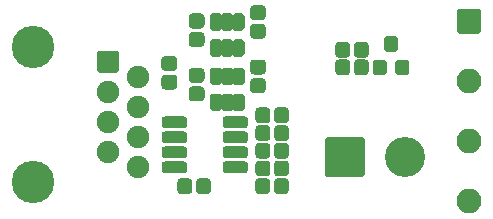
<source format=gbr>
G04 #@! TF.GenerationSoftware,KiCad,Pcbnew,5.99.0-unknown-13d3f57~88~ubuntu18.04.1*
G04 #@! TF.CreationDate,2020-04-02T10:06:32+03:00*
G04 #@! TF.ProjectId,adapter-por,61646170-7465-4722-9d70-6f722e6b6963,rev?*
G04 #@! TF.SameCoordinates,Original*
G04 #@! TF.FileFunction,Soldermask,Top*
G04 #@! TF.FilePolarity,Negative*
%FSLAX46Y46*%
G04 Gerber Fmt 4.6, Leading zero omitted, Abs format (unit mm)*
G04 Created by KiCad (PCBNEW 5.99.0-unknown-13d3f57~88~ubuntu18.04.1) date 2020-04-02 10:06:32*
%MOMM*%
%LPD*%
G01*
G04 APERTURE LIST*
%ADD10O,2.100000X2.100000*%
%ADD11C,3.400000*%
%ADD12C,1.900000*%
%ADD13C,3.600000*%
G04 APERTURE END LIST*
G36*
G01*
X70500000Y-54155000D02*
X70500000Y-54655000D01*
G75*
G02*
X70250000Y-54905000I-250000J0D01*
G01*
X68600000Y-54905000D01*
G75*
G02*
X68350000Y-54655000I0J250000D01*
G01*
X68350000Y-54155000D01*
G75*
G02*
X68600000Y-53905000I250000J0D01*
G01*
X70250000Y-53905000D01*
G75*
G02*
X70500000Y-54155000I0J-250000D01*
G01*
G37*
G36*
G01*
X70500000Y-52885000D02*
X70500000Y-53385000D01*
G75*
G02*
X70250000Y-53635000I-250000J0D01*
G01*
X68600000Y-53635000D01*
G75*
G02*
X68350000Y-53385000I0J250000D01*
G01*
X68350000Y-52885000D01*
G75*
G02*
X68600000Y-52635000I250000J0D01*
G01*
X70250000Y-52635000D01*
G75*
G02*
X70500000Y-52885000I0J-250000D01*
G01*
G37*
G36*
G01*
X70500000Y-51615000D02*
X70500000Y-52115000D01*
G75*
G02*
X70250000Y-52365000I-250000J0D01*
G01*
X68600000Y-52365000D01*
G75*
G02*
X68350000Y-52115000I0J250000D01*
G01*
X68350000Y-51615000D01*
G75*
G02*
X68600000Y-51365000I250000J0D01*
G01*
X70250000Y-51365000D01*
G75*
G02*
X70500000Y-51615000I0J-250000D01*
G01*
G37*
G36*
G01*
X70500000Y-50345000D02*
X70500000Y-50845000D01*
G75*
G02*
X70250000Y-51095000I-250000J0D01*
G01*
X68600000Y-51095000D01*
G75*
G02*
X68350000Y-50845000I0J250000D01*
G01*
X68350000Y-50345000D01*
G75*
G02*
X68600000Y-50095000I250000J0D01*
G01*
X70250000Y-50095000D01*
G75*
G02*
X70500000Y-50345000I0J-250000D01*
G01*
G37*
G36*
G01*
X75650000Y-50345000D02*
X75650000Y-50845000D01*
G75*
G02*
X75400000Y-51095000I-250000J0D01*
G01*
X73750000Y-51095000D01*
G75*
G02*
X73500000Y-50845000I0J250000D01*
G01*
X73500000Y-50345000D01*
G75*
G02*
X73750000Y-50095000I250000J0D01*
G01*
X75400000Y-50095000D01*
G75*
G02*
X75650000Y-50345000I0J-250000D01*
G01*
G37*
G36*
G01*
X75650000Y-51615000D02*
X75650000Y-52115000D01*
G75*
G02*
X75400000Y-52365000I-250000J0D01*
G01*
X73750000Y-52365000D01*
G75*
G02*
X73500000Y-52115000I0J250000D01*
G01*
X73500000Y-51615000D01*
G75*
G02*
X73750000Y-51365000I250000J0D01*
G01*
X75400000Y-51365000D01*
G75*
G02*
X75650000Y-51615000I0J-250000D01*
G01*
G37*
G36*
G01*
X75650000Y-52885000D02*
X75650000Y-53385000D01*
G75*
G02*
X75400000Y-53635000I-250000J0D01*
G01*
X73750000Y-53635000D01*
G75*
G02*
X73500000Y-53385000I0J250000D01*
G01*
X73500000Y-52885000D01*
G75*
G02*
X73750000Y-52635000I250000J0D01*
G01*
X75400000Y-52635000D01*
G75*
G02*
X75650000Y-52885000I0J-250000D01*
G01*
G37*
G36*
G01*
X75650000Y-54155000D02*
X75650000Y-54655000D01*
G75*
G02*
X75400000Y-54905000I-250000J0D01*
G01*
X73750000Y-54905000D01*
G75*
G02*
X73500000Y-54655000I0J250000D01*
G01*
X73500000Y-54155000D01*
G75*
G02*
X73750000Y-53905000I250000J0D01*
G01*
X75400000Y-53905000D01*
G75*
G02*
X75650000Y-54155000I0J-250000D01*
G01*
G37*
G36*
G01*
X68643750Y-46550000D02*
X69356250Y-46550000D01*
G75*
G02*
X69675000Y-46868750I0J-318750D01*
G01*
X69675000Y-47506250D01*
G75*
G02*
X69356250Y-47825000I-318750J0D01*
G01*
X68643750Y-47825000D01*
G75*
G02*
X68325000Y-47506250I0J318750D01*
G01*
X68325000Y-46868750D01*
G75*
G02*
X68643750Y-46550000I318750J0D01*
G01*
G37*
G36*
G01*
X68643750Y-44975000D02*
X69356250Y-44975000D01*
G75*
G02*
X69675000Y-45293750I0J-318750D01*
G01*
X69675000Y-45931250D01*
G75*
G02*
X69356250Y-46250000I-318750J0D01*
G01*
X68643750Y-46250000D01*
G75*
G02*
X68325000Y-45931250I0J318750D01*
G01*
X68325000Y-45293750D01*
G75*
G02*
X68643750Y-44975000I318750J0D01*
G01*
G37*
G36*
G01*
X76856250Y-41950000D02*
X76143750Y-41950000D01*
G75*
G02*
X75825000Y-41631250I0J318750D01*
G01*
X75825000Y-40993750D01*
G75*
G02*
X76143750Y-40675000I318750J0D01*
G01*
X76856250Y-40675000D01*
G75*
G02*
X77175000Y-40993750I0J-318750D01*
G01*
X77175000Y-41631250D01*
G75*
G02*
X76856250Y-41950000I-318750J0D01*
G01*
G37*
G36*
G01*
X76856250Y-43525000D02*
X76143750Y-43525000D01*
G75*
G02*
X75825000Y-43206250I0J318750D01*
G01*
X75825000Y-42568750D01*
G75*
G02*
X76143750Y-42250000I318750J0D01*
G01*
X76856250Y-42250000D01*
G75*
G02*
X77175000Y-42568750I0J-318750D01*
G01*
X77175000Y-43206250D01*
G75*
G02*
X76856250Y-43525000I-318750J0D01*
G01*
G37*
G36*
G01*
X76856250Y-46550000D02*
X76143750Y-46550000D01*
G75*
G02*
X75825000Y-46231250I0J318750D01*
G01*
X75825000Y-45593750D01*
G75*
G02*
X76143750Y-45275000I318750J0D01*
G01*
X76856250Y-45275000D01*
G75*
G02*
X77175000Y-45593750I0J-318750D01*
G01*
X77175000Y-46231250D01*
G75*
G02*
X76856250Y-46550000I-318750J0D01*
G01*
G37*
G36*
G01*
X76856250Y-48125000D02*
X76143750Y-48125000D01*
G75*
G02*
X75825000Y-47806250I0J318750D01*
G01*
X75825000Y-47168750D01*
G75*
G02*
X76143750Y-46850000I318750J0D01*
G01*
X76856250Y-46850000D01*
G75*
G02*
X77175000Y-47168750I0J-318750D01*
G01*
X77175000Y-47806250D01*
G75*
G02*
X76856250Y-48125000I-318750J0D01*
G01*
G37*
G36*
G01*
X73575000Y-43570000D02*
X74225000Y-43570000D01*
G75*
G02*
X74425000Y-43770000I0J-200000D01*
G01*
X74425000Y-44830000D01*
G75*
G02*
X74225000Y-45030000I-200000J0D01*
G01*
X73575000Y-45030000D01*
G75*
G02*
X73375000Y-44830000I0J200000D01*
G01*
X73375000Y-43770000D01*
G75*
G02*
X73575000Y-43570000I200000J0D01*
G01*
G37*
G36*
G01*
X74525000Y-43570000D02*
X75175000Y-43570000D01*
G75*
G02*
X75375000Y-43770000I0J-200000D01*
G01*
X75375000Y-44830000D01*
G75*
G02*
X75175000Y-45030000I-200000J0D01*
G01*
X74525000Y-45030000D01*
G75*
G02*
X74325000Y-44830000I0J200000D01*
G01*
X74325000Y-43770000D01*
G75*
G02*
X74525000Y-43570000I200000J0D01*
G01*
G37*
G36*
G01*
X72625000Y-43570000D02*
X73275000Y-43570000D01*
G75*
G02*
X73475000Y-43770000I0J-200000D01*
G01*
X73475000Y-44830000D01*
G75*
G02*
X73275000Y-45030000I-200000J0D01*
G01*
X72625000Y-45030000D01*
G75*
G02*
X72425000Y-44830000I0J200000D01*
G01*
X72425000Y-43770000D01*
G75*
G02*
X72625000Y-43570000I200000J0D01*
G01*
G37*
G36*
G01*
X72625000Y-41370000D02*
X73275000Y-41370000D01*
G75*
G02*
X73475000Y-41570000I0J-200000D01*
G01*
X73475000Y-42630000D01*
G75*
G02*
X73275000Y-42830000I-200000J0D01*
G01*
X72625000Y-42830000D01*
G75*
G02*
X72425000Y-42630000I0J200000D01*
G01*
X72425000Y-41570000D01*
G75*
G02*
X72625000Y-41370000I200000J0D01*
G01*
G37*
G36*
G01*
X73575000Y-41370000D02*
X74225000Y-41370000D01*
G75*
G02*
X74425000Y-41570000I0J-200000D01*
G01*
X74425000Y-42630000D01*
G75*
G02*
X74225000Y-42830000I-200000J0D01*
G01*
X73575000Y-42830000D01*
G75*
G02*
X73375000Y-42630000I0J200000D01*
G01*
X73375000Y-41570000D01*
G75*
G02*
X73575000Y-41370000I200000J0D01*
G01*
G37*
G36*
G01*
X74525000Y-41370000D02*
X75175000Y-41370000D01*
G75*
G02*
X75375000Y-41570000I0J-200000D01*
G01*
X75375000Y-42630000D01*
G75*
G02*
X75175000Y-42830000I-200000J0D01*
G01*
X74525000Y-42830000D01*
G75*
G02*
X74325000Y-42630000I0J200000D01*
G01*
X74325000Y-41570000D01*
G75*
G02*
X74525000Y-41370000I200000J0D01*
G01*
G37*
G36*
G01*
X73575000Y-48170000D02*
X74225000Y-48170000D01*
G75*
G02*
X74425000Y-48370000I0J-200000D01*
G01*
X74425000Y-49430000D01*
G75*
G02*
X74225000Y-49630000I-200000J0D01*
G01*
X73575000Y-49630000D01*
G75*
G02*
X73375000Y-49430000I0J200000D01*
G01*
X73375000Y-48370000D01*
G75*
G02*
X73575000Y-48170000I200000J0D01*
G01*
G37*
G36*
G01*
X74525000Y-48170000D02*
X75175000Y-48170000D01*
G75*
G02*
X75375000Y-48370000I0J-200000D01*
G01*
X75375000Y-49430000D01*
G75*
G02*
X75175000Y-49630000I-200000J0D01*
G01*
X74525000Y-49630000D01*
G75*
G02*
X74325000Y-49430000I0J200000D01*
G01*
X74325000Y-48370000D01*
G75*
G02*
X74525000Y-48170000I200000J0D01*
G01*
G37*
G36*
G01*
X72625000Y-48170000D02*
X73275000Y-48170000D01*
G75*
G02*
X73475000Y-48370000I0J-200000D01*
G01*
X73475000Y-49430000D01*
G75*
G02*
X73275000Y-49630000I-200000J0D01*
G01*
X72625000Y-49630000D01*
G75*
G02*
X72425000Y-49430000I0J200000D01*
G01*
X72425000Y-48370000D01*
G75*
G02*
X72625000Y-48170000I200000J0D01*
G01*
G37*
G36*
G01*
X72625000Y-45970000D02*
X73275000Y-45970000D01*
G75*
G02*
X73475000Y-46170000I0J-200000D01*
G01*
X73475000Y-47230000D01*
G75*
G02*
X73275000Y-47430000I-200000J0D01*
G01*
X72625000Y-47430000D01*
G75*
G02*
X72425000Y-47230000I0J200000D01*
G01*
X72425000Y-46170000D01*
G75*
G02*
X72625000Y-45970000I200000J0D01*
G01*
G37*
G36*
G01*
X73575000Y-45970000D02*
X74225000Y-45970000D01*
G75*
G02*
X74425000Y-46170000I0J-200000D01*
G01*
X74425000Y-47230000D01*
G75*
G02*
X74225000Y-47430000I-200000J0D01*
G01*
X73575000Y-47430000D01*
G75*
G02*
X73375000Y-47230000I0J200000D01*
G01*
X73375000Y-46170000D01*
G75*
G02*
X73575000Y-45970000I200000J0D01*
G01*
G37*
G36*
G01*
X74525000Y-45970000D02*
X75175000Y-45970000D01*
G75*
G02*
X75375000Y-46170000I0J-200000D01*
G01*
X75375000Y-47230000D01*
G75*
G02*
X75175000Y-47430000I-200000J0D01*
G01*
X74525000Y-47430000D01*
G75*
G02*
X74325000Y-47230000I0J200000D01*
G01*
X74325000Y-46170000D01*
G75*
G02*
X74525000Y-45970000I200000J0D01*
G01*
G37*
G36*
G01*
X88165000Y-44598000D02*
X87365000Y-44598000D01*
G75*
G02*
X87165000Y-44398000I0J200000D01*
G01*
X87165000Y-43498000D01*
G75*
G02*
X87365000Y-43298000I200000J0D01*
G01*
X88165000Y-43298000D01*
G75*
G02*
X88365000Y-43498000I0J-200000D01*
G01*
X88365000Y-44398000D01*
G75*
G02*
X88165000Y-44598000I-200000J0D01*
G01*
G37*
G36*
G01*
X89115000Y-46598000D02*
X88315000Y-46598000D01*
G75*
G02*
X88115000Y-46398000I0J200000D01*
G01*
X88115000Y-45498000D01*
G75*
G02*
X88315000Y-45298000I200000J0D01*
G01*
X89115000Y-45298000D01*
G75*
G02*
X89315000Y-45498000I0J-200000D01*
G01*
X89315000Y-46398000D01*
G75*
G02*
X89115000Y-46598000I-200000J0D01*
G01*
G37*
G36*
G01*
X87215000Y-46598000D02*
X86415000Y-46598000D01*
G75*
G02*
X86215000Y-46398000I0J200000D01*
G01*
X86215000Y-45498000D01*
G75*
G02*
X86415000Y-45298000I200000J0D01*
G01*
X87215000Y-45298000D01*
G75*
G02*
X87415000Y-45498000I0J-200000D01*
G01*
X87415000Y-46398000D01*
G75*
G02*
X87215000Y-46598000I-200000J0D01*
G01*
G37*
G36*
G01*
X77856338Y-53356250D02*
X77856338Y-52643750D01*
G75*
G02*
X78175088Y-52325000I318750J0D01*
G01*
X78812588Y-52325000D01*
G75*
G02*
X79131338Y-52643750I0J-318750D01*
G01*
X79131338Y-53356250D01*
G75*
G02*
X78812588Y-53675000I-318750J0D01*
G01*
X78175088Y-53675000D01*
G75*
G02*
X77856338Y-53356250I0J318750D01*
G01*
G37*
G36*
G01*
X76281338Y-53356250D02*
X76281338Y-52643750D01*
G75*
G02*
X76600088Y-52325000I318750J0D01*
G01*
X77237588Y-52325000D01*
G75*
G02*
X77556338Y-52643750I0J-318750D01*
G01*
X77556338Y-53356250D01*
G75*
G02*
X77237588Y-53675000I-318750J0D01*
G01*
X76600088Y-53675000D01*
G75*
G02*
X76281338Y-53356250I0J318750D01*
G01*
G37*
G36*
G01*
X77550000Y-55643750D02*
X77550000Y-56356250D01*
G75*
G02*
X77231250Y-56675000I-318750J0D01*
G01*
X76593750Y-56675000D01*
G75*
G02*
X76275000Y-56356250I0J318750D01*
G01*
X76275000Y-55643750D01*
G75*
G02*
X76593750Y-55325000I318750J0D01*
G01*
X77231250Y-55325000D01*
G75*
G02*
X77550000Y-55643750I0J-318750D01*
G01*
G37*
G36*
G01*
X79125000Y-55643750D02*
X79125000Y-56356250D01*
G75*
G02*
X78806250Y-56675000I-318750J0D01*
G01*
X78168750Y-56675000D01*
G75*
G02*
X77850000Y-56356250I0J318750D01*
G01*
X77850000Y-55643750D01*
G75*
G02*
X78168750Y-55325000I318750J0D01*
G01*
X78806250Y-55325000D01*
G75*
G02*
X79125000Y-55643750I0J-318750D01*
G01*
G37*
G36*
G01*
X71656250Y-42650000D02*
X70943750Y-42650000D01*
G75*
G02*
X70625000Y-42331250I0J318750D01*
G01*
X70625000Y-41693750D01*
G75*
G02*
X70943750Y-41375000I318750J0D01*
G01*
X71656250Y-41375000D01*
G75*
G02*
X71975000Y-41693750I0J-318750D01*
G01*
X71975000Y-42331250D01*
G75*
G02*
X71656250Y-42650000I-318750J0D01*
G01*
G37*
G36*
G01*
X71656250Y-44225000D02*
X70943750Y-44225000D01*
G75*
G02*
X70625000Y-43906250I0J318750D01*
G01*
X70625000Y-43268750D01*
G75*
G02*
X70943750Y-42950000I318750J0D01*
G01*
X71656250Y-42950000D01*
G75*
G02*
X71975000Y-43268750I0J-318750D01*
G01*
X71975000Y-43906250D01*
G75*
G02*
X71656250Y-44225000I-318750J0D01*
G01*
G37*
G36*
G01*
X71656250Y-47250000D02*
X70943750Y-47250000D01*
G75*
G02*
X70625000Y-46931250I0J318750D01*
G01*
X70625000Y-46293750D01*
G75*
G02*
X70943750Y-45975000I318750J0D01*
G01*
X71656250Y-45975000D01*
G75*
G02*
X71975000Y-46293750I0J-318750D01*
G01*
X71975000Y-46931250D01*
G75*
G02*
X71656250Y-47250000I-318750J0D01*
G01*
G37*
G36*
G01*
X71656250Y-48825000D02*
X70943750Y-48825000D01*
G75*
G02*
X70625000Y-48506250I0J318750D01*
G01*
X70625000Y-47868750D01*
G75*
G02*
X70943750Y-47550000I318750J0D01*
G01*
X71656250Y-47550000D01*
G75*
G02*
X71975000Y-47868750I0J-318750D01*
G01*
X71975000Y-48506250D01*
G75*
G02*
X71656250Y-48825000I-318750J0D01*
G01*
G37*
G36*
G01*
X77557536Y-49643750D02*
X77557536Y-50356250D01*
G75*
G02*
X77238786Y-50675000I-318750J0D01*
G01*
X76601286Y-50675000D01*
G75*
G02*
X76282536Y-50356250I0J318750D01*
G01*
X76282536Y-49643750D01*
G75*
G02*
X76601286Y-49325000I318750J0D01*
G01*
X77238786Y-49325000D01*
G75*
G02*
X77557536Y-49643750I0J-318750D01*
G01*
G37*
G36*
G01*
X79132536Y-49643750D02*
X79132536Y-50356250D01*
G75*
G02*
X78813786Y-50675000I-318750J0D01*
G01*
X78176286Y-50675000D01*
G75*
G02*
X77857536Y-50356250I0J318750D01*
G01*
X77857536Y-49643750D01*
G75*
G02*
X78176286Y-49325000I318750J0D01*
G01*
X78813786Y-49325000D01*
G75*
G02*
X79132536Y-49643750I0J-318750D01*
G01*
G37*
G36*
G01*
X84615000Y-46301250D02*
X84615000Y-45588750D01*
G75*
G02*
X84933750Y-45270000I318750J0D01*
G01*
X85571250Y-45270000D01*
G75*
G02*
X85890000Y-45588750I0J-318750D01*
G01*
X85890000Y-46301250D01*
G75*
G02*
X85571250Y-46620000I-318750J0D01*
G01*
X84933750Y-46620000D01*
G75*
G02*
X84615000Y-46301250I0J318750D01*
G01*
G37*
G36*
G01*
X83040000Y-46301250D02*
X83040000Y-45588750D01*
G75*
G02*
X83358750Y-45270000I318750J0D01*
G01*
X83996250Y-45270000D01*
G75*
G02*
X84315000Y-45588750I0J-318750D01*
G01*
X84315000Y-46301250D01*
G75*
G02*
X83996250Y-46620000I-318750J0D01*
G01*
X83358750Y-46620000D01*
G75*
G02*
X83040000Y-46301250I0J318750D01*
G01*
G37*
G36*
G01*
X77559076Y-51143750D02*
X77559076Y-51856250D01*
G75*
G02*
X77240326Y-52175000I-318750J0D01*
G01*
X76602826Y-52175000D01*
G75*
G02*
X76284076Y-51856250I0J318750D01*
G01*
X76284076Y-51143750D01*
G75*
G02*
X76602826Y-50825000I318750J0D01*
G01*
X77240326Y-50825000D01*
G75*
G02*
X77559076Y-51143750I0J-318750D01*
G01*
G37*
G36*
G01*
X79134076Y-51143750D02*
X79134076Y-51856250D01*
G75*
G02*
X78815326Y-52175000I-318750J0D01*
G01*
X78177826Y-52175000D01*
G75*
G02*
X77859076Y-51856250I0J318750D01*
G01*
X77859076Y-51143750D01*
G75*
G02*
X78177826Y-50825000I318750J0D01*
G01*
X78815326Y-50825000D01*
G75*
G02*
X79134076Y-51143750I0J-318750D01*
G01*
G37*
G36*
G01*
X70950000Y-55643750D02*
X70950000Y-56356250D01*
G75*
G02*
X70631250Y-56675000I-318750J0D01*
G01*
X69993750Y-56675000D01*
G75*
G02*
X69675000Y-56356250I0J318750D01*
G01*
X69675000Y-55643750D01*
G75*
G02*
X69993750Y-55325000I318750J0D01*
G01*
X70631250Y-55325000D01*
G75*
G02*
X70950000Y-55643750I0J-318750D01*
G01*
G37*
G36*
G01*
X72525000Y-55643750D02*
X72525000Y-56356250D01*
G75*
G02*
X72206250Y-56675000I-318750J0D01*
G01*
X71568750Y-56675000D01*
G75*
G02*
X71250000Y-56356250I0J318750D01*
G01*
X71250000Y-55643750D01*
G75*
G02*
X71568750Y-55325000I318750J0D01*
G01*
X72206250Y-55325000D01*
G75*
G02*
X72525000Y-55643750I0J-318750D01*
G01*
G37*
G36*
G01*
X77850000Y-54856250D02*
X77850000Y-54143750D01*
G75*
G02*
X78168750Y-53825000I318750J0D01*
G01*
X78806250Y-53825000D01*
G75*
G02*
X79125000Y-54143750I0J-318750D01*
G01*
X79125000Y-54856250D01*
G75*
G02*
X78806250Y-55175000I-318750J0D01*
G01*
X78168750Y-55175000D01*
G75*
G02*
X77850000Y-54856250I0J318750D01*
G01*
G37*
G36*
G01*
X76275000Y-54856250D02*
X76275000Y-54143750D01*
G75*
G02*
X76593750Y-53825000I318750J0D01*
G01*
X77231250Y-53825000D01*
G75*
G02*
X77550000Y-54143750I0J-318750D01*
G01*
X77550000Y-54856250D01*
G75*
G02*
X77231250Y-55175000I-318750J0D01*
G01*
X76593750Y-55175000D01*
G75*
G02*
X76275000Y-54856250I0J318750D01*
G01*
G37*
G36*
G01*
X84615000Y-44801250D02*
X84615000Y-44088750D01*
G75*
G02*
X84933750Y-43770000I318750J0D01*
G01*
X85571250Y-43770000D01*
G75*
G02*
X85890000Y-44088750I0J-318750D01*
G01*
X85890000Y-44801250D01*
G75*
G02*
X85571250Y-45120000I-318750J0D01*
G01*
X84933750Y-45120000D01*
G75*
G02*
X84615000Y-44801250I0J318750D01*
G01*
G37*
G36*
G01*
X83040000Y-44801250D02*
X83040000Y-44088750D01*
G75*
G02*
X83358750Y-43770000I318750J0D01*
G01*
X83996250Y-43770000D01*
G75*
G02*
X84315000Y-44088750I0J-318750D01*
G01*
X84315000Y-44801250D01*
G75*
G02*
X83996250Y-45120000I-318750J0D01*
G01*
X83358750Y-45120000D01*
G75*
G02*
X83040000Y-44801250I0J318750D01*
G01*
G37*
G36*
G01*
X93315000Y-42895000D02*
X93315000Y-41195000D01*
G75*
G02*
X93515000Y-40995000I200000J0D01*
G01*
X95215000Y-40995000D01*
G75*
G02*
X95415000Y-41195000I0J-200000D01*
G01*
X95415000Y-42895000D01*
G75*
G02*
X95215000Y-43095000I-200000J0D01*
G01*
X93515000Y-43095000D01*
G75*
G02*
X93315000Y-42895000I0J200000D01*
G01*
G37*
D10*
X94365000Y-47125000D03*
X94365000Y-52205000D03*
X94365000Y-57285000D03*
G36*
G01*
X82165000Y-55045000D02*
X82165000Y-52045000D01*
G75*
G02*
X82365000Y-51845000I200000J0D01*
G01*
X85365000Y-51845000D01*
G75*
G02*
X85565000Y-52045000I0J-200000D01*
G01*
X85565000Y-55045000D01*
G75*
G02*
X85365000Y-55245000I-200000J0D01*
G01*
X82365000Y-55245000D01*
G75*
G02*
X82165000Y-55045000I0J200000D01*
G01*
G37*
D11*
X88945000Y-53545000D03*
D12*
X66345000Y-54360000D03*
X63805000Y-53090000D03*
X66345000Y-51820000D03*
X63805000Y-50550000D03*
X66345000Y-49280000D03*
X63805000Y-48010000D03*
X66345000Y-46740000D03*
G36*
G01*
X63055000Y-44520000D02*
X64555000Y-44520000D01*
G75*
G02*
X64755000Y-44720000I0J-200000D01*
G01*
X64755000Y-46220000D01*
G75*
G02*
X64555000Y-46420000I-200000J0D01*
G01*
X63055000Y-46420000D01*
G75*
G02*
X62855000Y-46220000I0J200000D01*
G01*
X62855000Y-44720000D01*
G75*
G02*
X63055000Y-44520000I200000J0D01*
G01*
G37*
D13*
X57455000Y-44200000D03*
X57455000Y-55630000D03*
M02*

</source>
